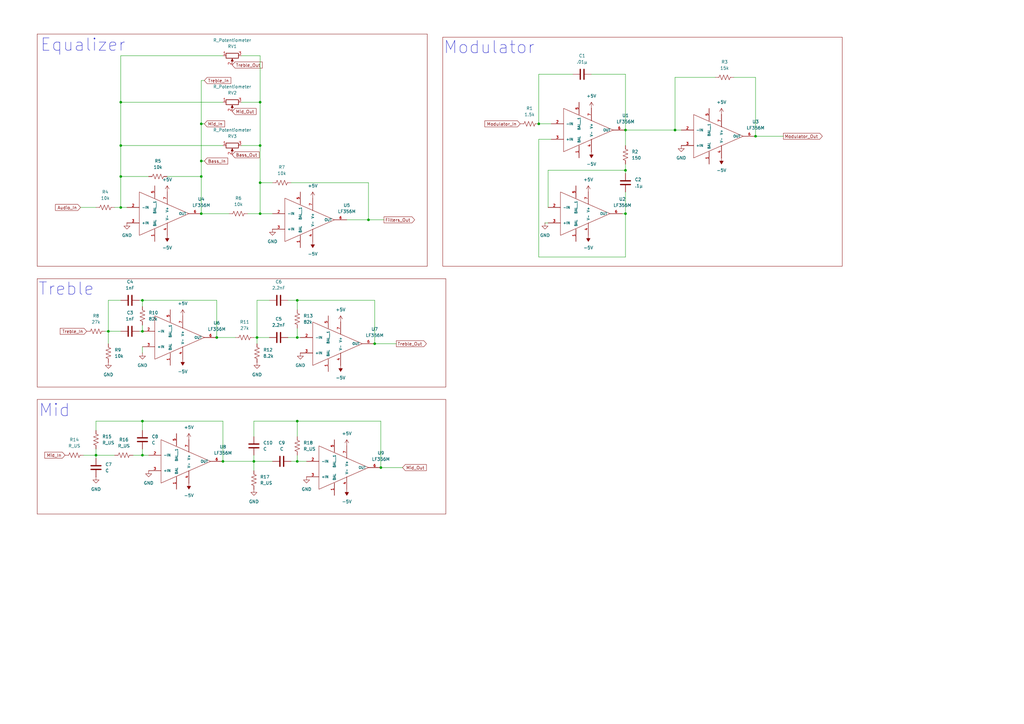
<source format=kicad_sch>
(kicad_sch (version 20231120) (generator "eeschema") (generator_version "8.0")
  (paper "A3")
  (title_block (title "Home Audio System") (date "2024-11-20"))
  (lib_symbols
    (symbol "Device:C" (pin_numbers hide) (pin_names (offset 0.254))
      (property "Reference" "C" (at 0.635 2.54 0))
      (property "Value" "C" (at 0.635 -2.54 0))
      (symbol "C_0_1"
        (polyline (pts (xy -2.032 -0.762) (xy 2.032 -0.762)) (stroke (width 0.508)))
        (polyline (pts (xy -2.032 0.762) (xy 2.032 0.762)) (stroke (width 0.508)))
      )
      (symbol "C_1_1"
        (pin passive line (at 0 3.81 270) (length 2.794) (name "~") (number "1"))
        (pin passive line (at 0 -3.81 90) (length 2.794) (name "~") (number "2"))
      )
    )
    (symbol "Device:R_Potentiometer" (pin_names (offset 1.016) hide)
      (property "Reference" "RV" (at -4.445 0 90))
      (property "Value" "R_Potentiometer" (at -2.54 0 90))
      (symbol "R_Potentiometer_0_1"
        (polyline (pts (xy 2.54 0) (xy 1.524 0)))
        (polyline (pts (xy 1.143 0) (xy 2.286 0.508) (xy 2.286 -0.508) (xy 1.143 0)) (fill (type outline)))
        (rectangle (start 1.016 2.54) (end -1.016 -2.54) (stroke (width 0.254)))
      )
      (symbol "R_Potentiometer_1_1"
        (pin passive line (at 0 3.81 270) (length 1.27) (name "1") (number "1"))
        (pin passive line (at 3.81 0 180) (length 1.27) (name "2") (number "2"))
        (pin passive line (at 0 -3.81 90) (length 1.27) (name "3") (number "3"))
      )
    )
    (symbol "Device:R_US" (pin_numbers hide) (pin_names (offset 0))
      (property "Reference" "R" (at 2.54 0 90))
      (property "Value" "R_US" (at -2.54 0 90))
      (symbol "R_US_0_1"
        (polyline (pts (xy 0 -2.286) (xy 0 -2.54)))
        (polyline (pts (xy 0 2.286) (xy 0 2.54)))
        (polyline (pts (xy 0 -0.762) (xy 1.016 -1.143) (xy 0 -1.524) (xy -1.016 -1.905) (xy 0 -2.286)))
        (polyline (pts (xy 0 0.762) (xy 1.016 0.381) (xy 0 0) (xy -1.016 -0.381) (xy 0 -0.762)))
        (polyline (pts (xy 0 2.286) (xy 1.016 1.905) (xy 0 1.524) (xy -1.016 1.143) (xy 0 0.762)))
      )
      (symbol "R_US_1_1"
        (pin passive line (at 0 3.81 270) (length 1.27) (name "~") (number "1"))
        (pin passive line (at 0 -3.81 90) (length 1.27) (name "~") (number "2"))
      )
    )
    (symbol "LF356M:LF356M" (pin_names (offset 1.016))
      (property "Reference" "U" (at -15.24 8.62 0))
      (property "Value" "LF356M" (at -12.7 -19.24 0))
      (symbol "LF356M_0_0"
        (pin input line (at -3.81 -11.43 90) (length 5.08) (name "BAL") (number "1"))
        (pin input line (at -15.24 2.54 0) (length 5.08) (name "-IN") (number "2"))
        (pin input line (at -15.24 -3.81 0) (length 5.08) (name "+IN") (number "3"))
        (pin power_in line (at 1.27 -8.89 90) (length 5.08) (name "V-") (number "4"))
        (pin input line (at -3.81 11.43 270) (length 5.08) (name "BAL__1") (number "5"))
        (pin output line (at 15.24 0 180) (length 5.08) (name "OUT") (number "6"))
        (pin power_in line (at 1.27 8.89 270) (length 5.08) (name "V+") (number "7"))
      )
      (symbol "LF356M_0_1"
        (polyline (pts (xy 10.16 0) (xy -10.16 8.89) (xy -10.16 -8.89) (xy 10.16 0)))
      )
    )
    (symbol "power:+5V" (power) (pin_numbers hide) (pin_names (offset 0) hide)
      (property "Value" "+5V" (at 0 3.556 0))
      (symbol "+5V_0_1"
        (polyline (pts (xy -0.762 1.27) (xy 0 2.54)))
        (polyline (pts (xy 0 0) (xy 0 2.54)))
        (polyline (pts (xy 0 2.54) (xy 0.762 1.27)))
      )
      (symbol "+5V_1_1"
        (pin power_in line (at 0 0 90) (length 0) (name "~") (number "1"))
      )
    )
    (symbol "power:-5V" (power) (pin_numbers hide) (pin_names (offset 0) hide)
      (property "Value" "-5V" (at 0 3.556 0))
      (symbol "-5V_0_0"
        (pin power_in line (at 0 0 90) (length 0) (name "~") (number "1"))
      )
      (symbol "-5V_0_1"
        (polyline (pts (xy 0 0) (xy 0 1.27) (xy 0.762 1.27) (xy 0 2.54) (xy -0.762 1.27) (xy 0 1.27)) (fill (type outline)))
      )
    )
    (symbol "power:GND" (power) (pin_numbers hide) (pin_names (offset 0) hide)
      (property "Value" "GND" (at 0 -3.81 0))
      (symbol "GND_0_1"
        (polyline (pts (xy 0 0) (xy 0 -1.27) (xy 1.27 -1.27) (xy 0 -2.54) (xy -1.27 -1.27) (xy 0 -1.27)))
      )
      (symbol "GND_1_1"
        (pin power_in line (at 0 0 270) (length 0) (name "~") (number "1"))
      )
    )
  )
  (junction (at 256.54 69.85))
  (junction (at 82.55 72.39))
  (junction (at 106.68 41.91))
  (junction (at 58.42 172.72))
  (junction (at 309.88 55.88))
  (junction (at 58.42 186.69))
  (junction (at 156.21 191.77))
  (junction (at 82.55 66.04))
  (junction (at 121.92 123.19))
  (junction (at 49.53 85.09))
  (junction (at 82.55 87.63))
  (junction (at 49.53 72.39))
  (junction (at 39.37 186.69))
  (junction (at 256.54 87.63))
  (junction (at 44.45 135.89))
  (junction (at 105.41 138.43))
  (junction (at 106.68 74.93))
  (junction (at 88.9 138.43))
  (junction (at 153.67 140.97))
  (junction (at 91.44 189.23))
  (junction (at 106.68 87.63))
  (junction (at 121.92 138.43))
  (junction (at 276.86 53.34))
  (junction (at 256.54 53.34))
  (junction (at 49.53 59.69))
  (junction (at 49.53 41.91))
  (junction (at 220.98 50.8))
  (junction (at 104.14 189.23))
  (junction (at 82.55 50.8))
  (junction (at 58.42 135.89))
  (junction (at 121.92 189.23))
  (junction (at 58.42 123.19))
  (junction (at 151.13 90.17))
  (junction (at 121.92 172.72))
  (junction (at 106.68 59.69))
  (wire (pts (xy 256.54 87.63) (xy 255.27 87.63)))
  (wire (pts (xy 104.14 189.23) (xy 104.14 193.04)))
  (wire (pts (xy 220.98 50.8) (xy 226.06 50.8)))
  (wire (pts (xy 104.14 189.23) (xy 91.44 189.23)))
  (wire (pts (xy 82.55 66.04) (xy 82.55 72.39)))
  (wire (pts (xy 256.54 69.85) (xy 256.54 71.12)))
  (wire (pts (xy 256.54 78.74) (xy 256.54 87.63)))
  (wire (pts (xy 34.29 186.69) (xy 39.37 186.69)))
  (wire (pts (xy 106.68 41.91) (xy 106.68 22.86)))
  (wire (pts (xy 58.42 184.15) (xy 58.42 186.69)))
  (wire (pts (xy 82.55 33.02) (xy 83.82 33.02)))
  (wire (pts (xy 256.54 69.85) (xy 224.79 69.85)))
  (wire (pts (xy 121.92 127) (xy 121.92 123.19)))
  (wire (pts (xy 58.42 186.69) (xy 60.96 186.69)))
  (wire (pts (xy 224.79 69.85) (xy 224.79 85.09)))
  (wire (pts (xy 39.37 186.69) (xy 39.37 187.96)))
  (wire (pts (xy 105.41 138.43) (xy 105.41 140.97)))
  (wire (pts (xy 300.99 31.75) (xy 309.88 31.75)))
  (wire (pts (xy 91.44 172.72) (xy 91.44 189.23)))
  (wire (pts (xy 43.18 135.89) (xy 44.45 135.89)))
  (wire (pts (xy 49.53 85.09) (xy 52.07 85.09)))
  (wire (pts (xy 156.21 172.72) (xy 156.21 191.77)))
  (wire (pts (xy 68.58 72.39) (xy 82.55 72.39)))
  (wire (pts (xy 54.61 186.69) (xy 58.42 186.69)))
  (wire (pts (xy 82.55 50.8) (xy 83.82 50.8)))
  (wire (pts (xy 82.55 66.04) (xy 83.82 66.04)))
  (wire (pts (xy 58.42 133.35) (xy 58.42 135.89)))
  (wire (pts (xy 82.55 72.39) (xy 82.55 87.63)))
  (wire (pts (xy 39.37 184.15) (xy 39.37 186.69)))
  (wire (pts (xy 151.13 90.17) (xy 157.48 90.17)))
  (wire (pts (xy 119.38 74.93) (xy 151.13 74.93)))
  (wire (pts (xy 111.76 189.23) (xy 104.14 189.23)))
  (wire (pts (xy 121.92 172.72) (xy 104.14 172.72)))
  (wire (pts (xy 104.14 186.69) (xy 104.14 189.23)))
  (wire (pts (xy 220.98 105.41) (xy 220.98 57.15)))
  (wire (pts (xy 49.53 41.91) (xy 91.44 41.91)))
  (wire (pts (xy 39.37 172.72) (xy 39.37 176.53)))
  (wire (pts (xy 256.54 53.34) (xy 256.54 59.69)))
  (wire (pts (xy 121.92 123.19) (xy 118.11 123.19)))
  (wire (pts (xy 256.54 105.41) (xy 220.98 105.41)))
  (wire (pts (xy 121.92 138.43) (xy 123.19 138.43)))
  (wire (pts (xy 44.45 135.89) (xy 49.53 135.89)))
  (wire (pts (xy 44.45 123.19) (xy 44.45 135.89)))
  (wire (pts (xy 110.49 123.19) (xy 105.41 123.19)))
  (wire (pts (xy 57.15 135.89) (xy 58.42 135.89)))
  (wire (pts (xy 121.92 189.23) (xy 125.73 189.23)))
  (wire (pts (xy 49.53 72.39) (xy 49.53 59.69)))
  (wire (pts (xy 220.98 30.48) (xy 234.95 30.48)))
  (wire (pts (xy 44.45 135.89) (xy 44.45 140.97)))
  (wire (pts (xy 256.54 53.34) (xy 276.86 53.34)))
  (wire (pts (xy 151.13 90.17) (xy 142.24 90.17)))
  (wire (pts (xy 82.55 87.63) (xy 93.98 87.63)))
  (wire (pts (xy 82.55 50.8) (xy 82.55 66.04)))
  (wire (pts (xy 49.53 72.39) (xy 60.96 72.39)))
  (wire (pts (xy 276.86 53.34) (xy 279.4 53.34)))
  (wire (pts (xy 58.42 172.72) (xy 39.37 172.72)))
  (wire (pts (xy 33.02 85.09) (xy 39.37 85.09)))
  (wire (pts (xy 223.52 91.44) (xy 224.79 91.44)))
  (wire (pts (xy 49.53 123.19) (xy 44.45 123.19)))
  (wire (pts (xy 121.92 172.72) (xy 156.21 172.72)))
  (wire (pts (xy 57.15 123.19) (xy 58.42 123.19)))
  (wire (pts (xy 106.68 22.86) (xy 99.06 22.86)))
  (wire (pts (xy 49.53 85.09) (xy 49.53 72.39)))
  (wire (pts (xy 256.54 67.31) (xy 256.54 69.85)))
  (wire (pts (xy 88.9 138.43) (xy 96.52 138.43)))
  (wire (pts (xy 104.14 138.43) (xy 105.41 138.43)))
  (wire (pts (xy 49.53 41.91) (xy 49.53 22.86)))
  (wire (pts (xy 105.41 138.43) (xy 110.49 138.43)))
  (wire (pts (xy 39.37 186.69) (xy 46.99 186.69)))
  (wire (pts (xy 58.42 123.19) (xy 58.42 125.73)))
  (wire (pts (xy 118.11 138.43) (xy 121.92 138.43)))
  (wire (pts (xy 309.88 55.88) (xy 321.31 55.88)))
  (wire (pts (xy 49.53 22.86) (xy 91.44 22.86)))
  (wire (pts (xy 58.42 144.78) (xy 58.42 142.24)))
  (wire (pts (xy 106.68 74.93) (xy 106.68 87.63)))
  (wire (pts (xy 220.98 50.8) (xy 220.98 30.48)))
  (wire (pts (xy 99.06 41.91) (xy 106.68 41.91)))
  (wire (pts (xy 58.42 176.53) (xy 58.42 172.72)))
  (wire (pts (xy 119.38 189.23) (xy 121.92 189.23)))
  (wire (pts (xy 106.68 74.93) (xy 106.68 59.69)))
  (wire (pts (xy 58.42 123.19) (xy 88.9 123.19)))
  (wire (pts (xy 104.14 172.72) (xy 104.14 179.07)))
  (wire (pts (xy 49.53 59.69) (xy 49.53 41.91)))
  (wire (pts (xy 256.54 87.63) (xy 256.54 105.41)))
  (wire (pts (xy 111.76 74.93) (xy 106.68 74.93)))
  (wire (pts (xy 121.92 186.69) (xy 121.92 189.23)))
  (wire (pts (xy 156.21 191.77) (xy 165.1 191.77)))
  (wire (pts (xy 105.41 123.19) (xy 105.41 138.43)))
  (wire (pts (xy 99.06 59.69) (xy 106.68 59.69)))
  (wire (pts (xy 276.86 31.75) (xy 276.86 53.34)))
  (wire (pts (xy 88.9 123.19) (xy 88.9 138.43)))
  (wire (pts (xy 256.54 30.48) (xy 256.54 53.34)))
  (wire (pts (xy 121.92 123.19) (xy 153.67 123.19)))
  (wire (pts (xy 49.53 59.69) (xy 91.44 59.69)))
  (wire (pts (xy 293.37 31.75) (xy 276.86 31.75)))
  (wire (pts (xy 82.55 33.02) (xy 82.55 50.8)))
  (wire (pts (xy 106.68 59.69) (xy 106.68 41.91)))
  (wire (pts (xy 153.67 140.97) (xy 153.67 123.19)))
  (wire (pts (xy 121.92 179.07) (xy 121.92 172.72)))
  (wire (pts (xy 58.42 172.72) (xy 91.44 172.72)))
  (wire (pts (xy 153.67 140.97) (xy 162.56 140.97)))
  (wire (pts (xy 151.13 74.93) (xy 151.13 90.17)))
  (wire (pts (xy 121.92 134.62) (xy 121.92 138.43)))
  (wire (pts (xy 242.57 30.48) (xy 256.54 30.48)))
  (wire (pts (xy 220.98 57.15) (xy 226.06 57.15)))
  (wire (pts (xy 106.68 87.63) (xy 101.6 87.63)))
  (wire (pts (xy 309.88 31.75) (xy 309.88 55.88)))
  (wire (pts (xy 46.99 85.09) (xy 49.53 85.09)))
  (wire (pts (xy 111.76 87.63) (xy 106.68 87.63)))
  (rectangle (start 15.24 114.3) (end 182.88 158.75) (stroke (width 0) (color 122 0 0 1)))
  (rectangle (start 15.24 13.97) (end 175.26 109.22) (stroke (width 0) (color 122 0 0 1)))
  (rectangle (start 15.24 163.83) (end 182.88 210.82) (stroke (width 0) (color 122 0 0 1)))
  (rectangle (start 181.61 15.24) (end 345.44 109.22) (stroke (width 0) (color 132 0 0 1)))
  (text "Equalizer" (at 34.036 18.542 0) (effects (font (size 5.08 5.08))))
  (text "Modulator" (at 200.66 19.558 0) (effects (font (size 5.08 5.08))))
  (text "Mid\n" (at 22.352 168.402 0) (effects (font (size 5.08 5.08))))
  (text "Treble\n" (at 27.178 118.618 0) (effects (font (size 5.08 5.08))))
  (global_label "Modulator_Out" (shape output) (at 321.31 55.88 0) (property "Intersheetrefs" "${INTERSHEET_REFS}" (effects (hide yes))))
  (global_label "Mid_In" (shape input) (at 83.82 50.8 0) (property "Intersheetrefs" "${INTERSHEET_REFS}" (effects (hide yes))))
  (global_label "Treble_In" (shape input) (at 35.56 135.89 180) (property "Intersheetrefs" "${INTERSHEET_REFS}" (effects (hide yes))))
  (global_label "Mid_In" (shape input) (at 26.67 186.69 180) (property "Intersheetrefs" "${INTERSHEET_REFS}" (effects (hide yes))))
  (global_label "Treble_Out" (shape input) (at 95.25 26.67 0) (property "Intersheetrefs" "${INTERSHEET_REFS}" (effects (hide yes))))
  (global_label "Bass_Out" (shape input) (at 95.25 63.5 0) (property "Intersheetrefs" "${INTERSHEET_REFS}" (effects (hide yes))))
  (global_label "Mid_Out" (shape input) (at 95.25 45.72 0) (property "Intersheetrefs" "${INTERSHEET_REFS}" (effects (hide yes))))
  (global_label "Modulator_In" (shape input) (at 213.36 50.8 180) (property "Intersheetrefs" "${INTERSHEET_REFS}" (effects (hide yes))))
  (global_label "Audio_In" (shape input) (at 33.02 85.09 180) (property "Intersheetrefs" "${INTERSHEET_REFS}" (effects (hide yes))))
  (global_label "Bass_In" (shape input) (at 83.82 66.04 0) (property "Intersheetrefs" "${INTERSHEET_REFS}" (effects (hide yes))))
  (global_label "Treble_In" (shape input) (at 83.82 33.02 0) (property "Intersheetrefs" "${INTERSHEET_REFS}" (effects (hide yes))))
  (global_label "Filters_Out" (shape output) (at 157.48 90.17 0) (property "Intersheetrefs" "${INTERSHEET_REFS}" (effects (hide yes))))
  (global_label "Treble_Out" (shape output) (at 162.56 140.97 0) (property "Intersheetrefs" "${INTERSHEET_REFS}" (effects (hide yes))))
  (global_label "Mid_Out" (shape input) (at 165.1 191.77 0) (property "Intersheetrefs" "${INTERSHEET_REFS}" (effects (hide yes))))
  (symbol (lib_id "LF356M:LF356M") (at 140.97 191.77 0) (unit 1)
    (property "Reference" "U9" (at 156.21 185.8008 0))
    (property "Value" "LF356M" (at 156.21 188.3408 0))
    (property "Footprint" "Package_DIP:DIP-8_W7.62mm_LongPads" (effects (hide yes)))
  )
  (symbol (lib_id "power:GND") (at 123.19 144.78 0) (unit 1)
    (property "Reference" "#PWR016" (effects (hide yes)))
    (property "Value" "GND" (at 123.19 149.86 0))
    (property "Description" "Power symbol creates a global label with name \"GND\" , ground" (effects (hide yes)))
  )
  (symbol (lib_id "power:+5V") (at 74.93 129.54 0) (unit 1)
    (property "Reference" "#PWR017" (effects (hide yes)))
    (property "Value" "+5V" (at 74.93 124.46 0))
    (property "Description" "Power symbol creates a global label with name \"+5V\"" (effects (hide yes)))
  )
  (symbol (lib_id "Device:R_US") (at 105.41 144.78 180) (unit 1)
    (property "Reference" "R12" (at 107.95 143.5099 0) (effects (justify right)))
    (property "Value" "8.2k" (at 107.95 146.0499 0) (effects (justify right)))
    (property "Footprint" "ColorOrgan:1_2W Res + 1206" (effects (hide yes)))
    (property "Description" "Resistor, US symbol" (effects (hide yes)))
  )
  (symbol (lib_id "Device:R_US") (at 58.42 129.54 0) (unit 1)
    (property "Reference" "R10" (at 60.96 128.2699 0) (effects (justify left)))
    (property "Value" "82k" (at 60.96 130.8099 0) (effects (justify left)))
    (property "Footprint" "ColorOrgan:1_2W Res + 1206" (effects (hide yes)))
    (property "Description" "Resistor, US symbol" (effects (hide yes)))
  )
  (symbol (lib_id "Device:R_US") (at 217.17 50.8 90) (unit 1)
    (property "Reference" "R1" (at 217.17 44.45 90))
    (property "Value" "1.5k" (at 217.17 46.99 90))
    (property "Footprint" "ColorOrgan:1_2W Res + 1206" (effects (hide yes)))
    (property "Description" "Resistor, US symbol" (effects (hide yes)))
  )
  (symbol (lib_id "Device:R_US") (at 115.57 74.93 90) (unit 1)
    (property "Reference" "R7" (at 115.57 68.58 90))
    (property "Value" "10k" (at 115.57 71.12 90))
    (property "Footprint" "ColorOrgan:1_2W Res + 1206" (effects (hide yes)))
    (property "Description" "Resistor, US symbol" (effects (hide yes)))
  )
  (symbol (lib_id "Device:R_US") (at 97.79 87.63 90) (unit 1)
    (property "Reference" "R6" (at 97.79 81.28 90))
    (property "Value" "10k" (at 97.79 83.82 90))
    (property "Footprint" "ColorOrgan:1_2W Res + 1206" (effects (hide yes)))
    (property "Description" "Resistor, US symbol" (effects (hide yes)))
  )
  (symbol (lib_id "power:+5V") (at 128.27 81.28 0) (unit 1)
    (property "Reference" "#PWR012" (effects (hide yes)))
    (property "Value" "+5V" (at 128.27 76.2 0))
    (property "Description" "Power symbol creates a global label with name \"+5V\"" (effects (hide yes)))
  )
  (symbol (lib_id "power:-5V") (at 68.58 96.52 180) (unit 1)
    (property "Reference" "#PWR013" (effects (hide yes)))
    (property "Value" "-5V" (at 68.58 101.6 0))
    (property "Description" "Power symbol creates a global label with name \"-5V\"" (effects (hide yes)))
  )
  (symbol (lib_id "power:GND") (at 223.52 91.44 0) (unit 1)
    (property "Reference" "#PWR01" (effects (hide yes)))
    (property "Value" "GND" (at 223.52 96.52 0))
    (property "Description" "Power symbol creates a global label with name \"GND\" , ground" (effects (hide yes)))
  )
  (symbol (lib_id "Device:C") (at 115.57 189.23 270) (unit 1)
    (property "Reference" "C9" (at 115.57 181.61 90))
    (property "Value" "C" (at 115.57 184.15 90))
    (property "Description" "Unpolarized capacitor" (effects (hide yes)))
  )
  (symbol (lib_id "Device:R_US") (at 121.92 182.88 0) (unit 1)
    (property "Reference" "R18" (at 124.46 181.6099 0) (effects (justify left)))
    (property "Value" "R_US" (at 124.46 184.1499 0) (effects (justify left)))
    (property "Description" "Resistor, US symbol" (effects (hide yes)))
  )
  (symbol (lib_id "power:GND") (at 104.14 200.66 0) (unit 1)
    (property "Reference" "#PWR024" (effects (hide yes)))
    (property "Value" "GND" (at 104.14 205.74 0))
    (property "Description" "Power symbol creates a global label with name \"GND\" , ground" (effects (hide yes)))
  )
  (symbol (lib_id "power:-5V") (at 77.47 198.12 180) (unit 1)
    (property "Reference" "#PWR030" (effects (hide yes)))
    (property "Value" "-5V" (at 77.47 203.2 0))
    (property "Description" "Power symbol creates a global label with name \"-5V\"" (effects (hide yes)))
  )
  (symbol (lib_id "power:GND") (at 111.76 93.98 0) (unit 1)
    (property "Reference" "#PWR09" (effects (hide yes)))
    (property "Value" "GND" (at 111.76 99.06 0))
    (property "Description" "Power symbol creates a global label with name \"GND\" , ground" (effects (hide yes)))
  )
  (symbol (lib_id "Device:C") (at 53.34 123.19 90) (unit 1)
    (property "Reference" "C4" (at 53.34 115.57 90))
    (property "Value" "1nF" (at 53.34 118.11 90))
    (property "Footprint" "ColorOrgan:R_Combo" (effects (hide yes)))
    (property "Description" "Unpolarized capacitor" (effects (hide yes)))
  )
  (symbol (lib_id "power:+5V") (at 139.7 132.08 0) (unit 1)
    (property "Reference" "#PWR018" (effects (hide yes)))
    (property "Value" "+5V" (at 139.7 127 0))
    (property "Description" "Power symbol creates a global label with name \"+5V\"" (effects (hide yes)))
  )
  (symbol (lib_id "Device:R_US") (at 104.14 196.85 0) (unit 1)
    (property "Reference" "R17" (at 106.68 195.5799 0) (effects (justify left)))
    (property "Value" "R_US" (at 106.68 198.1199 0) (effects (justify left)))
    (property "Description" "Resistor, US symbol" (effects (hide yes)))
  )
  (symbol (lib_id "power:GND") (at 58.42 144.78 0) (unit 1)
    (property "Reference" "#PWR015" (effects (hide yes)))
    (property "Value" "GND" (at 58.42 149.86 0))
    (property "Description" "Power symbol creates a global label with name \"GND\" , ground" (effects (hide yes)))
  )
  (symbol (lib_id "power:+5V") (at 295.91 46.99 0) (unit 1)
    (property "Reference" "#PWR07" (effects (hide yes)))
    (property "Value" "+5V" (at 295.91 41.91 0))
    (property "Description" "Power symbol creates a global label with name \"+5V\"" (effects (hide yes)))
  )
  (symbol (lib_id "power:-5V") (at 242.57 62.23 180) (unit 1)
    (property "Reference" "#PWR05" (effects (hide yes)))
    (property "Value" "-5V" (at 242.57 67.31 0))
    (property "Description" "Power symbol creates a global label with name \"-5V\"" (effects (hide yes)))
  )
  (symbol (lib_id "Device:R_US") (at 44.45 144.78 180) (unit 1)
    (property "Reference" "R9" (at 46.99 143.5099 0) (effects (justify right)))
    (property "Value" "10k" (at 46.99 146.0499 0) (effects (justify right)))
    (property "Footprint" "ColorOrgan:1_2W Res + 1206" (effects (hide yes)))
    (property "Description" "Resistor, US symbol" (effects (hide yes)))
  )
  (symbol (lib_id "LF356M:LF356M") (at 73.66 138.43 0) (unit 1)
    (property "Reference" "U6" (at 88.9 132.4608 0))
    (property "Value" "LF356M" (at 88.9 135.0008 0))
    (property "Footprint" "Package_DIP:DIP-8_W7.62mm_LongPads" (effects (hide yes)))
  )
  (symbol (lib_id "power:GND") (at 52.07 91.44 0) (unit 1)
    (property "Reference" "#PWR010" (effects (hide yes)))
    (property "Value" "GND" (at 52.07 96.52 0))
    (property "Description" "Power symbol creates a global label with name \"GND\" , ground" (effects (hide yes)))
  )
  (symbol (lib_id "power:+5V") (at 142.24 182.88 0) (unit 1)
    (property "Reference" "#PWR028" (effects (hide yes)))
    (property "Value" "+5V" (at 142.24 177.8 0))
    (property "Description" "Power symbol creates a global label with name \"+5V\"" (effects (hide yes)))
  )
  (symbol (lib_id "Device:C") (at 238.76 30.48 90) (unit 1)
    (property "Reference" "C1" (at 238.76 22.86 90))
    (property "Value" ".01μ" (at 238.76 25.4 90))
    (property "Footprint" "ColorOrgan:R_Combo" (effects (hide yes)))
    (property "Description" "Unpolarized capacitor" (effects (hide yes)))
  )
  (symbol (lib_id "LF356M:LF356M") (at 67.31 87.63 0) (unit 1)
    (property "Reference" "U4" (at 82.55 81.6608 0))
    (property "Value" "LF356M" (at 82.55 84.2008 0))
    (property "Footprint" "Package_DIP:DIP-8_W7.62mm_LongPads" (effects (hide yes)))
  )
  (symbol (lib_id "Device:C") (at 104.14 182.88 0) (unit 1)
    (property "Reference" "C10" (at 107.95 181.6099 0) (effects (justify left)))
    (property "Value" "C" (at 107.95 184.1499 0) (effects (justify left)))
    (property "Description" "Unpolarized capacitor" (effects (hide yes)))
  )
  (symbol (lib_id "power:GND") (at 39.37 195.58 0) (unit 1)
    (property "Reference" "#PWR026" (effects (hide yes)))
    (property "Value" "GND" (at 39.37 200.66 0))
    (property "Description" "Power symbol creates a global label with name \"GND\" , ground" (effects (hide yes)))
  )
  (symbol (lib_id "Device:R_Potentiometer") (at 95.25 41.91 90) (mirror x) (unit 1)
    (property "Reference" "RV2" (at 95.25 38.1 90))
    (property "Value" "R_Potentiometer" (at 95.25 35.56 90))
    (property "Description" "Potentiometer" (effects (hide yes)))
  )
  (symbol (lib_id "LF356M:LF356M") (at 76.2 189.23 0) (unit 1)
    (property "Reference" "U8" (at 91.44 183.2608 0))
    (property "Value" "LF356M" (at 91.44 185.8008 0))
    (property "Footprint" "Package_DIP:DIP-8_W7.62mm_LongPads" (effects (hide yes)))
  )
  (symbol (lib_id "power:GND") (at 105.41 148.59 0) (unit 1)
    (property "Reference" "#PWR022" (effects (hide yes)))
    (property "Value" "GND" (at 105.41 153.67 0))
    (property "Description" "Power symbol creates a global label with name \"GND\" , ground" (effects (hide yes)))
  )
  (symbol (lib_id "Device:C") (at 58.42 180.34 180) (unit 1)
    (property "Reference" "C8" (at 62.23 179.0699 0) (effects (justify right)))
    (property "Value" "C" (at 62.23 181.6099 0) (effects (justify right)))
    (property "Description" "Unpolarized capacitor" (effects (hide yes)))
  )
  (symbol (lib_id "Device:R_US") (at 256.54 63.5 180) (unit 1)
    (property "Reference" "R2" (at 259.08 62.2299 0) (effects (justify right)))
    (property "Value" "150" (at 259.08 64.7699 0) (effects (justify right)))
    (property "Footprint" "ColorOrgan:1_2W Res + 1206" (effects (hide yes)))
    (property "Description" "Resistor, US symbol" (effects (hide yes)))
  )
  (symbol (lib_id "Device:R_US") (at 121.92 130.81 180) (unit 1)
    (property "Reference" "R13" (at 124.46 129.5399 0) (effects (justify right)))
    (property "Value" "82k" (at 124.46 132.0799 0) (effects (justify right)))
    (property "Footprint" "ColorOrgan:1_2W Res + 1206" (effects (hide yes)))
    (property "Description" "Resistor, US symbol" (effects (hide yes)))
  )
  (symbol (lib_id "LF356M:LF356M") (at 294.64 55.88 0) (unit 1)
    (property "Reference" "U3" (at 309.88 49.9108 0))
    (property "Value" "LF356M" (at 309.88 52.4508 0))
    (property "Footprint" "Package_DIP:DIP-8_W7.62mm_LongPads" (effects (hide yes)))
  )
  (symbol (lib_id "power:-5V") (at 128.27 99.06 180) (unit 1)
    (property "Reference" "#PWR014" (effects (hide yes)))
    (property "Value" "-5V" (at 128.27 104.14 0))
    (property "Description" "Power symbol creates a global label with name \"-5V\"" (effects (hide yes)))
  )
  (symbol (lib_id "power:GND") (at 125.73 195.58 0) (unit 1)
    (property "Reference" "#PWR023" (effects (hide yes)))
    (property "Value" "GND" (at 125.73 200.66 0))
    (property "Description" "Power symbol creates a global label with name \"GND\" , ground" (effects (hide yes)))
  )
  (symbol (lib_id "LF356M:LF356M") (at 240.03 87.63 0) (unit 1)
    (property "Reference" "U2" (at 255.27 81.6608 0))
    (property "Value" "LF356M" (at 255.27 84.2008 0))
    (property "Footprint" "Package_DIP:DIP-8_W7.62mm_LongPads" (effects (hide yes)))
  )
  (symbol (lib_id "Device:R_Potentiometer") (at 95.25 22.86 90) (mirror x) (unit 1)
    (property "Reference" "RV1" (at 95.25 19.05 90))
    (property "Value" "R_Potentiometer" (at 95.25 16.51 90))
    (property "Description" "Potentiometer" (effects (hide yes)))
  )
  (symbol (lib_id "LF356M:LF356M") (at 138.43 140.97 0) (unit 1)
    (property "Reference" "U7" (at 153.67 135.0008 0))
    (property "Value" "LF356M" (at 153.67 137.5408 0))
    (property "Footprint" "Package_DIP:DIP-8_W7.62mm_LongPads" (effects (hide yes)))
  )
  (symbol (lib_id "power:+5V") (at 77.47 180.34 0) (unit 1)
    (property "Reference" "#PWR027" (effects (hide yes)))
    (property "Value" "+5V" (at 77.47 175.26 0))
    (property "Description" "Power symbol creates a global label with name \"+5V\"" (effects (hide yes)))
  )
  (symbol (lib_id "Device:R_US") (at 30.48 186.69 90) (unit 1)
    (property "Reference" "R14" (at 30.48 180.34 90))
    (property "Value" "R_US" (at 30.48 182.88 90))
    (property "Description" "Resistor, US symbol" (effects (hide yes)))
  )
  (symbol (lib_id "power:GND") (at 60.96 193.04 0) (unit 1)
    (property "Reference" "#PWR025" (effects (hide yes)))
    (property "Value" "GND" (at 60.96 198.12 0))
    (property "Description" "Power symbol creates a global label with name \"GND\" , ground" (effects (hide yes)))
  )
  (symbol (lib_id "power:GND") (at 44.45 148.59 0) (unit 1)
    (property "Reference" "#PWR021" (effects (hide yes)))
    (property "Value" "GND" (at 44.45 153.67 0))
    (property "Description" "Power symbol creates a global label with name \"GND\" , ground" (effects (hide yes)))
  )
  (symbol (lib_id "power:-5V") (at 139.7 149.86 180) (unit 1)
    (property "Reference" "#PWR020" (effects (hide yes)))
    (property "Value" "-5V" (at 139.7 154.94 0))
    (property "Description" "Power symbol creates a global label with name \"-5V\"" (effects (hide yes)))
  )
  (symbol (lib_id "Device:R_US") (at 39.37 135.89 90) (unit 1)
    (property "Reference" "R8" (at 39.37 129.54 90))
    (property "Value" "27k" (at 39.37 132.08 90))
    (property "Footprint" "ColorOrgan:1_2W Res + 1206" (effects (hide yes)))
    (property "Description" "Resistor, US symbol" (effects (hide yes)))
  )
  (symbol (lib_id "Device:R_US") (at 43.18 85.09 90) (unit 1)
    (property "Reference" "R4" (at 43.18 78.74 90))
    (property "Value" "10k" (at 43.18 81.28 90))
    (property "Footprint" "ColorOrgan:1_2W Res + 1206" (effects (hide yes)))
    (property "Description" "Resistor, US symbol" (effects (hide yes)))
  )
  (symbol (lib_id "power:+5V") (at 241.3 78.74 0) (unit 1)
    (property "Reference" "#PWR03" (effects (hide yes)))
    (property "Value" "+5V" (at 241.3 73.66 0))
    (property "Description" "Power symbol creates a global label with name \"+5V\"" (effects (hide yes)))
  )
  (symbol (lib_id "Device:C") (at 114.3 123.19 90) (unit 1)
    (property "Reference" "C6" (at 114.3 115.57 90))
    (property "Value" "2.2nF" (at 114.3 118.11 90))
    (property "Footprint" "ColorOrgan:R_Combo" (effects (hide yes)))
    (property "Description" "Unpolarized capacitor" (effects (hide yes)))
  )
  (symbol (lib_id "power:+5V") (at 68.58 78.74 0) (unit 1)
    (property "Reference" "#PWR011" (effects (hide yes)))
    (property "Value" "+5V" (at 68.58 73.66 0))
    (property "Description" "Power symbol creates a global label with name \"+5V\"" (effects (hide yes)))
  )
  (symbol (lib_id "Device:C") (at 53.34 135.89 90) (unit 1)
    (property "Reference" "C3" (at 53.34 128.27 90))
    (property "Value" "1nF" (at 53.34 130.81 90))
    (property "Footprint" "ColorOrgan:R_Combo" (effects (hide yes)))
    (property "Description" "Unpolarized capacitor" (effects (hide yes)))
  )
  (symbol (lib_id "power:-5V") (at 241.3 96.52 180) (unit 1)
    (property "Reference" "#PWR06" (effects (hide yes)))
    (property "Value" "-5V" (at 241.3 101.6 0))
    (property "Description" "Power symbol creates a global label with name \"-5V\"" (effects (hide yes)))
  )
  (symbol (lib_id "LF356M:LF356M") (at 127 90.17 0) (unit 1)
    (property "Reference" "U5" (at 142.24 84.2008 0))
    (property "Value" "LF356M" (at 142.24 86.7408 0))
    (property "Footprint" "Package_DIP:DIP-8_W7.62mm_LongPads" (effects (hide yes)))
  )
  (symbol (lib_id "power:GND") (at 279.4 59.69 0) (unit 1)
    (property "Reference" "#PWR04" (effects (hide yes)))
    (property "Value" "GND" (at 279.4 64.77 0))
    (property "Description" "Power symbol creates a global label with name \"GND\" , ground" (effects (hide yes)))
  )
  (symbol (lib_id "Device:R_Potentiometer") (at 95.25 59.69 90) (mirror x) (unit 1)
    (property "Reference" "RV3" (at 95.25 55.88 90))
    (property "Value" "R_Potentiometer" (at 95.25 53.34 90))
    (property "Description" "Potentiometer" (effects (hide yes)))
  )
  (symbol (lib_id "Device:C") (at 114.3 138.43 90) (unit 1)
    (property "Reference" "C5" (at 114.3 130.81 90))
    (property "Value" "2.2nF" (at 114.3 133.35 90))
    (property "Footprint" "ColorOrgan:R_Combo" (effects (hide yes)))
    (property "Description" "Unpolarized capacitor" (effects (hide yes)))
  )
  (symbol (lib_id "Device:R_US") (at 100.33 138.43 90) (unit 1)
    (property "Reference" "R11" (at 100.33 132.08 90))
    (property "Value" "27k" (at 100.33 134.62 90))
    (property "Footprint" "ColorOrgan:1_2W Res + 1206" (effects (hide yes)))
    (property "Description" "Resistor, US symbol" (effects (hide yes)))
  )
  (symbol (lib_id "Device:R_US") (at 50.8 186.69 270) (unit 1)
    (property "Reference" "R16" (at 50.8 180.34 90))
    (property "Value" "R_US" (at 50.8 182.88 90))
    (property "Description" "Resistor, US symbol" (effects (hide yes)))
  )
  (symbol (lib_id "power:-5V") (at 74.93 147.32 180) (unit 1)
    (property "Reference" "#PWR019" (effects (hide yes)))
    (property "Value" "-5V" (at 74.93 152.4 0))
    (property "Description" "Power symbol creates a global label with name \"-5V\"" (effects (hide yes)))
  )
  (symbol (lib_id "Device:C") (at 39.37 191.77 0) (unit 1)
    (property "Reference" "C7" (at 43.18 190.4999 0) (effects (justify left)))
    (property "Value" "C" (at 43.18 193.0399 0) (effects (justify left)))
    (property "Description" "Unpolarized capacitor" (effects (hide yes)))
  )
  (symbol (lib_id "LF356M:LF356M") (at 241.3 53.34 0) (unit 1)
    (property "Reference" "U1" (at 256.54 47.3708 0))
    (property "Value" "LF356M" (at 256.54 49.9108 0))
    (property "Footprint" "Package_DIP:DIP-8_W7.62mm_LongPads" (effects (hide yes)))
  )
  (symbol (lib_id "power:-5V") (at 295.91 64.77 180) (unit 1)
    (property "Reference" "#PWR08" (effects (hide yes)))
    (property "Value" "-5V" (at 295.91 69.85 0))
    (property "Description" "Power symbol creates a global label with name \"-5V\"" (effects (hide yes)))
  )
  (symbol (lib_id "power:-5V") (at 142.24 200.66 180) (unit 1)
    (property "Reference" "#PWR029" (effects (hide yes)))
    (property "Value" "-5V" (at 142.24 205.74 0))
    (property "Description" "Power symbol creates a global label with name \"-5V\"" (effects (hide yes)))
  )
  (symbol (lib_id "Device:R_US") (at 39.37 180.34 180) (unit 1)
    (property "Reference" "R15" (at 41.91 179.0699 0) (effects (justify right)))
    (property "Value" "R_US" (at 41.91 181.6099 0) (effects (justify right)))
    (property "Description" "Resistor, US symbol" (effects (hide yes)))
  )
  (symbol (lib_id "Device:R_US") (at 297.18 31.75 90) (unit 1)
    (property "Reference" "R3" (at 297.18 25.4 90))
    (property "Value" "15k" (at 297.18 27.94 90))
    (property "Footprint" "ColorOrgan:1_2W Res + 1206" (effects (hide yes)))
    (property "Description" "Resistor, US symbol" (effects (hide yes)))
  )
  (symbol (lib_id "power:+5V") (at 242.57 44.45 0) (unit 1)
    (property "Reference" "#PWR02" (effects (hide yes)))
    (property "Value" "+5V" (at 242.57 39.37 0))
    (property "Description" "Power symbol creates a global label with name \"+5V\"" (effects (hide yes)))
  )
  (symbol (lib_id "Device:R_US") (at 64.77 72.39 90) (unit 1)
    (property "Reference" "R5" (at 64.77 66.04 90))
    (property "Value" "10k" (at 64.77 68.58 90))
    (property "Footprint" "ColorOrgan:1_2W Res + 1206" (effects (hide yes)))
    (property "Description" "Resistor, US symbol" (effects (hide yes)))
  )
  (symbol (lib_id "Device:C") (at 256.54 74.93 0) (unit 1)
    (property "Reference" "C2" (at 260.35 73.6599 0) (effects (justify left)))
    (property "Value" ".1μ" (at 260.35 76.1999 0) (effects (justify left)))
    (property "Footprint" "ColorOrgan:R_Combo" (effects (hide yes)))
    (property "Description" "Unpolarized capacitor" (effects (hide yes)))
  )
)
</source>
